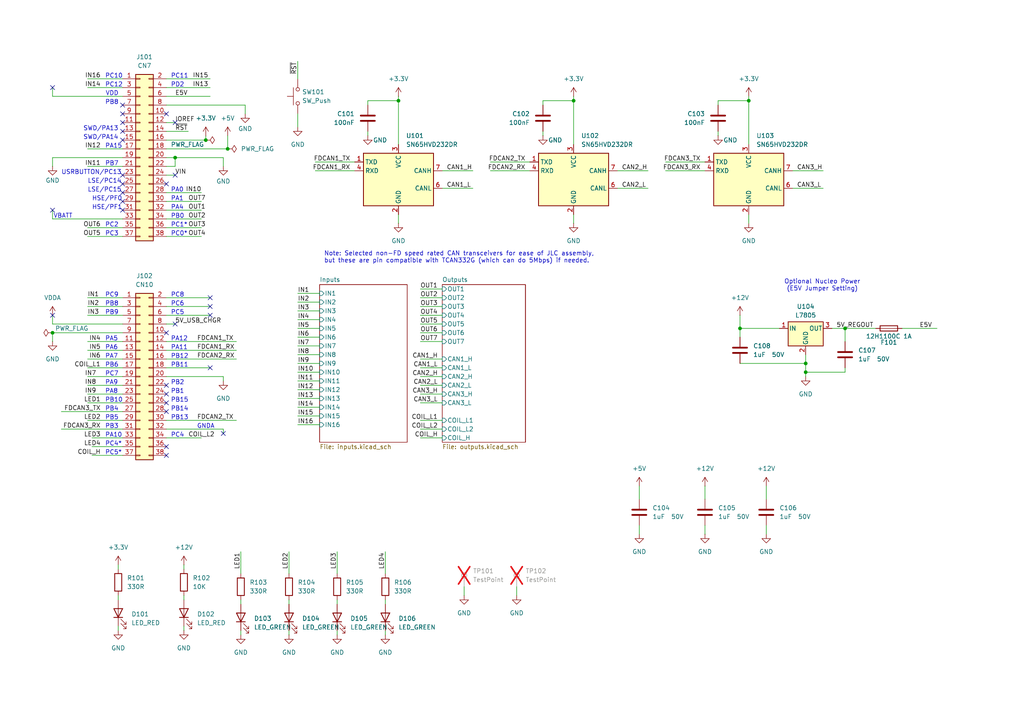
<source format=kicad_sch>
(kicad_sch (version 20231120) (generator "eeschema") (generator_version "8.0")
  (paper "A4")
  (lib_symbols
    (symbol "Connector:TestPoint" (pin_numbers hide) (pin_names (offset 0.762) hide)
      (property "Reference" "TP" (at 0 6.858 0))
      (property "Value" "TestPoint" (at 0 5.08 0))
      (symbol "TestPoint_1_1"
        (pin passive line (at 0 0 90) (length 2.54) (name "1") (number "1"))
      )
    )
    (symbol "Connector_Generic:Conn_02x19_Odd_Even" (pin_names (offset 1.016) hide)
      (property "Reference" "J" (at 1.27 25.4 0))
      (property "Value" "Conn_02x19_Odd_Even" (at 1.27 -25.4 0))
      (symbol "Conn_02x19_Odd_Even_1_1"
        (pin passive line (at -5.08 22.86 0) (length 3.81) (name "Pin_1") (number "1"))
        (pin passive line (at 7.62 12.7 180) (length 3.81) (name "Pin_10") (number "10"))
        (pin passive line (at -5.08 10.16 0) (length 3.81) (name "Pin_11") (number "11"))
        (pin passive line (at 7.62 10.16 180) (length 3.81) (name "Pin_12") (number "12"))
        (pin passive line (at -5.08 7.62 0) (length 3.81) (name "Pin_13") (number "13"))
        (pin passive line (at 7.62 7.62 180) (length 3.81) (name "Pin_14") (number "14"))
        (pin passive line (at -5.08 5.08 0) (length 3.81) (name "Pin_15") (number "15"))
        (pin passive line (at 7.62 5.08 180) (length 3.81) (name "Pin_16") (number "16"))
        (pin passive line (at -5.08 2.54 0) (length 3.81) (name "Pin_17") (number "17"))
        (pin passive line (at 7.62 2.54 180) (length 3.81) (name "Pin_18") (number "18"))
        (pin passive line (at -5.08 0 0) (length 3.81) (name "Pin_19") (number "19"))
        (pin passive line (at 7.62 22.86 180) (length 3.81) (name "Pin_2") (number "2"))
        (pin passive line (at 7.62 0 180) (length 3.81) (name "Pin_20") (number "20"))
        (pin passive line (at -5.08 -2.54 0) (length 3.81) (name "Pin_21") (number "21"))
        (pin passive line (at 7.62 -2.54 180) (length 3.81) (name "Pin_22") (number "22"))
        (pin passive line (at -5.08 -5.08 0) (length 3.81) (name "Pin_23") (number "23"))
        (pin passive line (at 7.62 -5.08 180) (length 3.81) (name "Pin_24") (number "24"))
        (pin passive line (at -5.08 -7.62 0) (length 3.81) (name "Pin_25") (number "25"))
        (pin passive line (at 7.62 -7.62 180) (length 3.81) (name "Pin_26") (number "26"))
        (pin passive line (at -5.08 -10.16 0) (length 3.81) (name "Pin_27") (number "27"))
        (pin passive line (at 7.62 -10.16 180) (length 3.81) (name "Pin_28") (number "28"))
        (pin passive line (at -5.08 -12.7 0) (length 3.81) (name "Pin_29") (number "29"))
        (pin passive line (at -5.08 20.32 0) (length 3.81) (name "Pin_3") (number "3"))
        (pin passive line (at 7.62 -12.7 180) (length 3.81) (name "Pin_30") (number "30"))
        (pin passive line (at -5.08 -15.24 0) (length 3.81) (name "Pin_31") (number "31"))
        (pin passive line (at 7.62 -15.24 180) (length 3.81) (name "Pin_32") (number "32"))
        (pin passive line (at -5.08 -17.78 0) (length 3.81) (name "Pin_33") (number "33"))
        (pin passive line (at 7.62 -17.78 180) (length 3.81) (name "Pin_34") (number "34"))
        (pin passive line (at -5.08 -20.32 0) (length 3.81) (name "Pin_35") (number "35"))
        (pin passive line (at 7.62 -20.32 180) (length 3.81) (name "Pin_36") (number "36"))
        (pin passive line (at -5.08 -22.86 0) (length 3.81) (name "Pin_37") (number "37"))
        (pin passive line (at 7.62 -22.86 180) (length 3.81) (name "Pin_38") (number "38"))
        (pin passive line (at 7.62 20.32 180) (length 3.81) (name "Pin_4") (number "4"))
        (pin passive line (at -5.08 17.78 0) (length 3.81) (name "Pin_5") (number "5"))
        (pin passive line (at 7.62 17.78 180) (length 3.81) (name "Pin_6") (number "6"))
        (pin passive line (at -5.08 15.24 0) (length 3.81) (name "Pin_7") (number "7"))
        (pin passive line (at 7.62 15.24 180) (length 3.81) (name "Pin_8") (number "8"))
        (pin passive line (at -5.08 12.7 0) (length 3.81) (name "Pin_9") (number "9"))
      )
    )
    (symbol "Device:C" (pin_numbers hide) (pin_names (offset 0.254))
      (property "Reference" "C" (at 0.635 2.54 0))
      (property "Value" "C" (at 0.635 -2.54 0))
      (symbol "C_1_1"
        (pin passive line (at 0 3.81 270) (length 2.794) (name "~") (number "1"))
        (pin passive line (at 0 -3.81 90) (length 2.794) (name "~") (number "2"))
      )
    )
    (symbol "Device:Fuse" (pin_numbers hide) (pin_names (offset 0))
      (property "Reference" "F" (at 2.032 0 90))
      (property "Value" "Fuse" (at -1.905 0 90))
      (symbol "Fuse_1_1"
        (pin passive line (at 0 3.81 270) (length 1.27) (name "~") (number "1"))
        (pin passive line (at 0 -3.81 90) (length 1.27) (name "~") (number "2"))
      )
    )
    (symbol "Device:LED" (pin_numbers hide) (pin_names (offset 1.016) hide)
      (property "Reference" "D" (at 0 2.54 0))
      (property "Value" "LED" (at 0 -2.54 0))
      (symbol "LED_1_1"
        (pin passive line (at -3.81 0 0) (length 2.54) (name "K") (number "1"))
        (pin passive line (at 3.81 0 180) (length 2.54) (name "A") (number "2"))
      )
    )
    (symbol "Device:R" (pin_numbers hide) (pin_names (offset 0))
      (property "Reference" "R" (at 2.032 0 90))
      (property "Value" "R" (at 0 0 90))
      (symbol "R_1_1"
        (pin passive line (at 0 3.81 270) (length 1.27) (name "~") (number "1"))
        (pin passive line (at 0 -3.81 90) (length 1.27) (name "~") (number "2"))
      )
    )
    (symbol "Interface_CAN_LIN:TCAN332"
      (property "Reference" "U" (at -10.16 8.89 0))
      (property "Value" "TCAN332" (at 2.54 8.89 0))
      (symbol "TCAN332_1_1"
        (pin input line (at -12.7 5.08 0) (length 2.54) (name "TXD") (number "1"))
        (pin power_in line (at 0 -10.16 90) (length 2.54) (name "GND") (number "2"))
        (pin power_in line (at 0 10.16 270) (length 2.54) (name "VCC") (number "3"))
        (pin tri_state line (at -12.7 2.54 0) (length 2.54) (name "RXD") (number "4"))
        (pin no_connect line (at -10.16 -2.54 0) (length 2.54) hide (name "NC") (number "5"))
        (pin bidirectional line (at 12.7 -2.54 180) (length 2.54) (name "CANL") (number "6"))
        (pin bidirectional line (at 12.7 2.54 180) (length 2.54) (name "CANH") (number "7"))
        (pin no_connect line (at -10.16 -5.08 0) (length 2.54) hide (name "NC") (number "8"))
      )
    )
    (symbol "Regulator_Linear:L7805" (pin_names (offset 0.254))
      (property "Reference" "U" (at -3.81 3.175 0))
      (property "Value" "L7805" (at 0 3.175 0))
      (symbol "L7805_1_1"
        (pin power_in line (at -7.62 0 0) (length 2.54) (name "IN") (number "1"))
        (pin power_in line (at 0 -7.62 90) (length 2.54) (name "GND") (number "2"))
        (pin power_out line (at 7.62 0 180) (length 2.54) (name "OUT") (number "3"))
      )
    )
    (symbol "Switch:SW_Push" (pin_numbers hide) (pin_names (offset 1.016) hide)
      (property "Reference" "SW" (at 1.27 2.54 0))
      (property "Value" "SW_Push" (at 0 -1.524 0))
      (symbol "SW_Push_0_1"
        (pin passive line (at -5.08 0 0) (length 2.54) (name "1") (number "1"))
        (pin passive line (at 5.08 0 180) (length 2.54) (name "2") (number "2"))
      )
    )
    (symbol "power:+12V" (power) (pin_numbers hide) (pin_names (offset 0) hide)
      (property "Value" "+12V" (at 0 3.556 0))
      (symbol "+12V_1_1"
        (pin power_in line (at 0 0 90) (length 0) (name "~") (number "1"))
      )
    )
    (symbol "power:+3.3V" (power) (pin_numbers hide) (pin_names (offset 0) hide)
      (property "Value" "+3.3V" (at 0 3.556 0))
      (symbol "+3.3V_1_1"
        (pin power_in line (at 0 0 90) (length 0) (name "~") (number "1"))
      )
    )
    (symbol "power:+5V" (power) (pin_numbers hide) (pin_names (offset 0) hide)
      (property "Value" "+5V" (at 0 3.556 0))
      (symbol "+5V_1_1"
        (pin power_in line (at 0 0 90) (length 0) (name "~") (number "1"))
      )
    )
    (symbol "power:GND" (power) (pin_numbers hide) (pin_names (offset 0) hide)
      (property "Value" "GND" (at 0 -3.81 0))
      (symbol "GND_1_1"
        (pin power_in line (at 0 0 270) (length 0) (name "~") (number "1"))
      )
    )
    (symbol "power:PWR_FLAG" (power) (pin_numbers hide) (pin_names (offset 0) hide)
      (property "Value" "PWR_FLAG" (at 0 3.81 0))
      (symbol "PWR_FLAG_0_0"
        (pin power_out line (at 0 0 90) (length 0) (name "~") (number "1"))
      )
    )
    (symbol "power:VDDA" (power) (pin_numbers hide) (pin_names (offset 0) hide)
      (property "Value" "VDDA" (at 0 3.556 0))
      (symbol "VDDA_1_1"
        (pin power_in line (at 0 0 90) (length 0) (name "~") (number "1"))
      )
    )
  )
  (junction (at 66.04 43.18))
  (junction (at 166.37 29.21))
  (junction (at 217.17 29.21))
  (junction (at 115.57 29.21))
  (junction (at 50.8 45.72))
  (junction (at 15.24 96.52))
  (junction (at 245.11 95.25))
  (junction (at 233.68 105.41))
  (junction (at 214.63 95.25))
  (junction (at 233.68 107.95))
  (junction (at 59.69 40.64))
  (no_connect (at 35.56 35.56))
  (no_connect (at 35.56 40.64))
  (no_connect (at 48.26 116.84))
  (no_connect (at 15.24 25.4))
  (no_connect (at 35.56 53.34))
  (no_connect (at 64.77 125.73))
  (no_connect (at 48.26 96.52))
  (no_connect (at 15.24 91.44))
  (no_connect (at 60.96 88.9))
  (no_connect (at 35.56 60.96))
  (no_connect (at 50.8 50.8))
  (no_connect (at 60.96 91.44))
  (no_connect (at 48.26 132.08))
  (no_connect (at 35.56 50.8))
  (no_connect (at 35.56 55.88))
  (no_connect (at 35.56 30.48))
  (no_connect (at 60.96 106.68))
  (no_connect (at 48.26 119.38))
  (no_connect (at 60.96 86.36))
  (no_connect (at 50.8 93.98))
  (no_connect (at 48.26 129.54))
  (no_connect (at 35.56 38.1))
  (no_connect (at 48.26 33.02))
  (no_connect (at 50.8 35.56))
  (no_connect (at 48.26 114.3))
  (no_connect (at 48.26 53.34))
  (no_connect (at 35.56 33.02))
  (no_connect (at 15.24 60.96))
  (no_connect (at 48.26 111.76))
  (no_connect (at 35.56 58.42))
  (wire (pts (xy 83.82 160.02) (xy 83.82 166.37)))
  (wire (pts (xy 106.68 29.21) (xy 115.57 29.21)))
  (wire (pts (xy 111.76 173.99) (xy 111.76 175.26)))
  (wire (pts (xy 157.48 38.1) (xy 157.48 39.37)))
  (wire (pts (xy 97.79 160.02) (xy 97.79 166.37)))
  (wire (pts (xy 53.34 172.72) (xy 53.34 173.99)))
  (wire (pts (xy 53.34 181.61) (xy 53.34 182.88)))
  (wire (pts (xy 25.4 88.9) (xy 35.56 88.9)))
  (wire (pts (xy 121.92 91.44) (xy 128.27 91.44)))
  (wire (pts (xy 222.25 152.4) (xy 222.25 154.94)))
  (wire (pts (xy 121.92 106.68) (xy 128.27 106.68)))
  (wire (pts (xy 86.36 123.19) (xy 92.71 123.19)))
  (wire (pts (xy 208.28 38.1) (xy 208.28 39.37)))
  (wire (pts (xy 48.26 106.68) (xy 60.96 106.68)))
  (wire (pts (xy 48.26 35.56) (xy 50.8 35.56)))
  (wire (pts (xy 208.28 30.48) (xy 208.28 29.21)))
  (wire (pts (xy 71.12 30.48) (xy 48.26 30.48)))
  (wire (pts (xy 71.12 33.02) (xy 71.12 30.48)))
  (wire (pts (xy 185.42 152.4) (xy 185.42 154.94)))
  (wire (pts (xy 48.26 27.94) (xy 60.96 27.94)))
  (wire (pts (xy 245.11 106.68) (xy 245.11 107.95)))
  (wire (pts (xy 26.67 127) (xy 35.56 127)))
  (wire (pts (xy 25.4 91.44) (xy 35.56 91.44)))
  (wire (pts (xy 229.87 54.61) (xy 238.76 54.61)))
  (wire (pts (xy 48.26 124.46) (xy 64.77 124.46)))
  (wire (pts (xy 64.77 124.46) (xy 64.77 125.73)))
  (wire (pts (xy 214.63 95.25) (xy 226.06 95.25)))
  (wire (pts (xy 83.82 173.99) (xy 83.82 175.26)))
  (wire (pts (xy 25.4 22.86) (xy 35.56 22.86)))
  (wire (pts (xy 69.85 182.88) (xy 69.85 184.15)))
  (wire (pts (xy 86.36 95.25) (xy 92.71 95.25)))
  (wire (pts (xy 121.92 88.9) (xy 128.27 88.9)))
  (wire (pts (xy 25.4 104.14) (xy 35.56 104.14)))
  (wire (pts (xy 25.4 43.18) (xy 35.56 43.18)))
  (wire (pts (xy 48.26 68.58) (xy 58.42 68.58)))
  (wire (pts (xy 86.36 102.87) (xy 92.71 102.87)))
  (wire (pts (xy 193.04 49.53) (xy 204.47 49.53)))
  (wire (pts (xy 121.92 114.3) (xy 128.27 114.3)))
  (wire (pts (xy 35.56 45.72) (xy 15.24 45.72)))
  (wire (pts (xy 179.07 54.61) (xy 187.96 54.61)))
  (wire (pts (xy 86.36 110.49) (xy 92.71 110.49)))
  (wire (pts (xy 111.76 182.88) (xy 111.76 184.15)))
  (wire (pts (xy 48.26 60.96) (xy 58.42 60.96)))
  (wire (pts (xy 15.24 45.72) (xy 15.24 48.26)))
  (wire (pts (xy 48.26 48.26) (xy 50.8 48.26)))
  (wire (pts (xy 50.8 48.26) (xy 50.8 45.72)))
  (wire (pts (xy 91.44 49.53) (xy 102.87 49.53)))
  (wire (pts (xy 121.92 93.98) (xy 128.27 93.98)))
  (wire (pts (xy 48.26 55.88) (xy 58.42 55.88)))
  (wire (pts (xy 48.26 121.92) (xy 68.58 121.92)))
  (wire (pts (xy 86.36 87.63) (xy 92.71 87.63)))
  (wire (pts (xy 25.4 48.26) (xy 35.56 48.26)))
  (wire (pts (xy 17.78 119.38) (xy 35.56 119.38)))
  (wire (pts (xy 86.36 100.33) (xy 92.71 100.33)))
  (wire (pts (xy 48.26 38.1) (xy 54.61 38.1)))
  (wire (pts (xy 204.47 140.97) (xy 204.47 144.78)))
  (wire (pts (xy 233.68 107.95) (xy 233.68 109.22)))
  (wire (pts (xy 25.4 68.58) (xy 35.56 68.58)))
  (wire (pts (xy 97.79 182.88) (xy 97.79 184.15)))
  (wire (pts (xy 64.77 109.22) (xy 64.77 110.49)))
  (wire (pts (xy 25.4 116.84) (xy 35.56 116.84)))
  (wire (pts (xy 121.92 111.76) (xy 128.27 111.76)))
  (wire (pts (xy 25.4 66.04) (xy 35.56 66.04)))
  (wire (pts (xy 121.92 121.92) (xy 128.27 121.92)))
  (wire (pts (xy 34.29 172.72) (xy 34.29 173.99)))
  (wire (pts (xy 48.26 93.98) (xy 50.8 93.98)))
  (wire (pts (xy 86.36 17.78) (xy 86.36 22.86)))
  (wire (pts (xy 25.4 109.22) (xy 35.56 109.22)))
  (wire (pts (xy 26.67 132.08) (xy 35.56 132.08)))
  (wire (pts (xy 48.26 127) (xy 58.42 127)))
  (wire (pts (xy 121.92 83.82) (xy 128.27 83.82)))
  (wire (pts (xy 97.79 173.99) (xy 97.79 175.26)))
  (wire (pts (xy 34.29 181.61) (xy 34.29 182.88)))
  (wire (pts (xy 86.36 115.57) (xy 92.71 115.57)))
  (wire (pts (xy 83.82 182.88) (xy 83.82 184.15)))
  (wire (pts (xy 214.63 105.41) (xy 233.68 105.41)))
  (wire (pts (xy 166.37 27.94) (xy 166.37 29.21)))
  (wire (pts (xy 241.3 95.25) (xy 245.11 95.25)))
  (wire (pts (xy 106.68 38.1) (xy 106.68 39.37)))
  (wire (pts (xy 121.92 109.22) (xy 128.27 109.22)))
  (wire (pts (xy 166.37 29.21) (xy 166.37 41.91)))
  (wire (pts (xy 111.76 160.02) (xy 111.76 166.37)))
  (wire (pts (xy 121.92 127) (xy 128.27 127)))
  (wire (pts (xy 48.26 101.6) (xy 68.58 101.6)))
  (wire (pts (xy 142.24 46.99) (xy 153.67 46.99)))
  (wire (pts (xy 26.67 129.54) (xy 35.56 129.54)))
  (wire (pts (xy 142.24 49.53) (xy 153.67 49.53)))
  (wire (pts (xy 25.4 86.36) (xy 35.56 86.36)))
  (wire (pts (xy 86.36 92.71) (xy 92.71 92.71)))
  (wire (pts (xy 69.85 160.02) (xy 69.85 166.37)))
  (wire (pts (xy 48.26 43.18) (xy 66.04 43.18)))
  (wire (pts (xy 66.04 43.18) (xy 66.04 39.37)))
  (wire (pts (xy 15.24 25.4) (xy 15.24 27.94)))
  (wire (pts (xy 15.24 93.98) (xy 35.56 93.98)))
  (wire (pts (xy 53.34 163.83) (xy 53.34 165.1)))
  (wire (pts (xy 48.26 88.9) (xy 60.96 88.9)))
  (wire (pts (xy 86.36 90.17) (xy 92.71 90.17)))
  (wire (pts (xy 149.86 170.18) (xy 149.86 172.72)))
  (wire (pts (xy 48.26 58.42) (xy 58.42 58.42)))
  (wire (pts (xy 115.57 62.23) (xy 115.57 64.77)))
  (wire (pts (xy 115.57 27.94) (xy 115.57 29.21)))
  (wire (pts (xy 86.36 33.02) (xy 86.36 36.83)))
  (wire (pts (xy 86.36 120.65) (xy 92.71 120.65)))
  (wire (pts (xy 128.27 54.61) (xy 137.16 54.61)))
  (wire (pts (xy 25.4 111.76) (xy 35.56 111.76)))
  (wire (pts (xy 222.25 140.97) (xy 222.25 144.78)))
  (wire (pts (xy 91.44 46.99) (xy 102.87 46.99)))
  (wire (pts (xy 86.36 85.09) (xy 92.71 85.09)))
  (wire (pts (xy 25.4 99.06) (xy 35.56 99.06)))
  (wire (pts (xy 229.87 49.53) (xy 238.76 49.53)))
  (wire (pts (xy 233.68 105.41) (xy 233.68 102.87)))
  (wire (pts (xy 48.26 40.64) (xy 59.69 40.64)))
  (wire (pts (xy 59.69 40.64) (xy 59.69 39.37)))
  (wire (pts (xy 17.78 124.46) (xy 35.56 124.46)))
  (wire (pts (xy 233.68 105.41) (xy 233.68 107.95)))
  (wire (pts (xy 86.36 107.95) (xy 92.71 107.95)))
  (wire (pts (xy 193.04 46.99) (xy 204.47 46.99)))
  (wire (pts (xy 157.48 30.48) (xy 157.48 29.21)))
  (wire (pts (xy 86.36 105.41) (xy 92.71 105.41)))
  (wire (pts (xy 121.92 86.36) (xy 128.27 86.36)))
  (wire (pts (xy 217.17 27.94) (xy 217.17 29.21)))
  (wire (pts (xy 25.4 101.6) (xy 35.56 101.6)))
  (wire (pts (xy 204.47 152.4) (xy 204.47 154.94)))
  (wire (pts (xy 179.07 49.53) (xy 187.96 49.53)))
  (wire (pts (xy 261.62 95.25) (xy 271.78 95.25)))
  (wire (pts (xy 217.17 29.21) (xy 217.17 41.91)))
  (wire (pts (xy 166.37 62.23) (xy 166.37 64.77)))
  (wire (pts (xy 208.28 29.21) (xy 217.17 29.21)))
  (wire (pts (xy 15.24 96.52) (xy 35.56 96.52)))
  (wire (pts (xy 15.24 96.52) (xy 15.24 99.06)))
  (wire (pts (xy 245.11 95.25) (xy 254 95.25)))
  (wire (pts (xy 86.36 113.03) (xy 92.71 113.03)))
  (wire (pts (xy 245.11 99.06) (xy 245.11 95.25)))
  (wire (pts (xy 121.92 96.52) (xy 128.27 96.52)))
  (wire (pts (xy 35.56 63.5) (xy 15.24 63.5)))
  (wire (pts (xy 106.68 30.48) (xy 106.68 29.21)))
  (wire (pts (xy 185.42 140.97) (xy 185.42 144.78)))
  (wire (pts (xy 86.36 97.79) (xy 92.71 97.79)))
  (wire (pts (xy 134.62 170.18) (xy 134.62 172.72)))
  (wire (pts (xy 48.26 99.06) (xy 68.58 99.06)))
  (wire (pts (xy 69.85 173.99) (xy 69.85 175.26)))
  (wire (pts (xy 25.4 106.68) (xy 35.56 106.68)))
  (wire (pts (xy 214.63 91.44) (xy 214.63 95.25)))
  (wire (pts (xy 245.11 107.95) (xy 233.68 107.95)))
  (wire (pts (xy 48.26 63.5) (xy 58.42 63.5)))
  (wire (pts (xy 86.36 118.11) (xy 92.71 118.11)))
  (wire (pts (xy 25.4 25.4) (xy 35.56 25.4)))
  (wire (pts (xy 48.26 86.36) (xy 60.96 86.36)))
  (wire (pts (xy 64.77 109.22) (xy 48.26 109.22)))
  (wire (pts (xy 34.29 163.83) (xy 34.29 165.1)))
  (wire (pts (xy 25.4 114.3) (xy 35.56 114.3)))
  (wire (pts (xy 15.24 27.94) (xy 35.56 27.94)))
  (wire (pts (xy 121.92 116.84) (xy 128.27 116.84)))
  (wire (pts (xy 48.26 104.14) (xy 68.58 104.14)))
  (wire (pts (xy 121.92 99.06) (xy 128.27 99.06)))
  (wire (pts (xy 15.24 60.96) (xy 15.24 63.5)))
  (wire (pts (xy 48.26 66.04) (xy 58.42 66.04)))
  (wire (pts (xy 48.26 25.4) (xy 60.96 25.4)))
  (wire (pts (xy 115.57 29.21) (xy 115.57 41.91)))
  (wire (pts (xy 157.48 29.21) (xy 166.37 29.21)))
  (wire (pts (xy 48.26 22.86) (xy 60.96 22.86)))
  (wire (pts (xy 48.26 91.44) (xy 60.96 91.44)))
  (wire (pts (xy 121.92 104.14) (xy 128.27 104.14)))
  (wire (pts (xy 128.27 49.53) (xy 137.16 49.53)))
  (wire (pts (xy 15.24 91.44) (xy 15.24 93.98)))
  (wire (pts (xy 25.4 121.92) (xy 35.56 121.92)))
  (wire (pts (xy 217.17 62.23) (xy 217.17 64.77)))
  (wire (pts (xy 48.26 50.8) (xy 50.8 50.8)))
  (wire (pts (xy 121.92 124.46) (xy 128.27 124.46)))
  (wire (pts (xy 214.63 97.79) (xy 214.63 95.25)))
  (wire (pts (xy 48.26 45.72) (xy 50.8 45.72)))
  (wire (pts (xy 50.8 45.72) (xy 64.77 45.72)))
  (wire (pts (xy 64.77 45.72) (xy 64.77 48.26)))
  (text "PD2" (at 49.53 25.4 0) (effects (font (size 1.27 1.27)) (justify left bottom)))
  (text "PB8" (at 30.48 88.9 0) (effects (font (size 1.27 1.27)) (justify left bottom)))
  (text "PA0" (at 49.53 55.88 0) (effects (font (size 1.27 1.27)) (justify left bottom)))
  (text "SWD/PA13" (at 24.13 38.1 0) (effects (font (size 1.27 1.27)) (justify left bottom)))
  (text "VDD" (at 32.512 27.178 0) (effects (font (size 1.27 1.27))))
  (text "PB11" (at 49.53 106.68 0) (effects (font (size 1.27 1.27)) (justify left bottom)))
  (text "PB8" (at 30.48 30.48 0) (effects (font (size 1.27 1.27)) (justify left bottom)))
  (text "PC5*" (at 30.48 132.08 0) (effects (font (size 1.27 1.27)) (justify left bottom)))
  (text "PC8" (at 49.53 86.36 0) (effects (font (size 1.27 1.27)) (justify left bottom)))
  (text "PA8" (at 30.48 114.3 0) (effects (font (size 1.27 1.27)) (justify left bottom)))
  (text "PB9" (at 30.48 91.44 0) (effects (font (size 1.27 1.27)) (justify left bottom)))
  (text "PA9" (at 30.48 111.76 0) (effects (font (size 1.27 1.27)) (justify left bottom)))
  (text "PC0*" (at 49.53 68.58 0) (effects (font (size 1.27 1.27)) (justify left bottom)))
  (text "PA15" (at 30.48 43.18 0) (effects (font (size 1.27 1.27)) (justify left bottom)))
  (text "Note: Selected non-FD speed rated CAN transceivers for ease of JLC assembly,\nbut these are pin compatible with TCAN332G (which can do 5Mbps) if needed." (at 93.98 74.676 0) (effects (font (size 1.27 1.27)) (justify left)))
  (text "PC4*" (at 30.48 129.54 0) (effects (font (size 1.27 1.27)) (justify left bottom)))
  (text "PB4" (at 30.48 119.38 0) (effects (font (size 1.27 1.27)) (justify left bottom)))
  (text "PC7" (at 30.48 109.22 0) (effects (font (size 1.27 1.27)) (justify left bottom)))
  (text "PC12" (at 30.48 25.4 0) (effects (font (size 1.27 1.27)) (justify left bottom)))
  (text "LSE/PC14" (at 25.4 53.34 0) (effects (font (size 1.27 1.27)) (justify left bottom)))
  (text "VBATT" (at 18.288 62.738 0) (effects (font (size 1.27 1.27))))
  (text "Optional Nucleo Power\n(E5V Jumper Setting)" (at 238.506 82.804 0) (effects (font (size 1.27 1.27))))
  (text "PB5" (at 30.48 121.92 0) (effects (font (size 1.27 1.27)) (justify left bottom)))
  (text "PB3" (at 30.48 124.46 0) (effects (font (size 1.27 1.27)) (justify left bottom)))
  (text "PB7" (at 30.48 48.26 0) (effects (font (size 1.27 1.27)) (justify left bottom)))
  (text "PC3" (at 30.48 68.58 0) (effects (font (size 1.27 1.27)) (justify left bottom)))
  (text "USRBUTTON/PC13" (at 17.78 50.8 0) (effects (font (size 1.27 1.27)) (justify left bottom)))
  (text "PC10" (at 30.48 22.86 0) (effects (font (size 1.27 1.27)) (justify left bottom)))
  (text "PA7" (at 30.48 104.14 0) (effects (font (size 1.27 1.27)) (justify left bottom)))
  (text "PB15" (at 49.53 116.84 0) (effects (font (size 1.27 1.27)) (justify left bottom)))
  (text "PA5" (at 30.48 99.06 0) (effects (font (size 1.27 1.27)) (justify left bottom)))
  (text "PB6" (at 30.48 106.68 0) (effects (font (size 1.27 1.27)) (justify left bottom)))
  (text "PC5" (at 49.53 91.44 0) (effects (font (size 1.27 1.27)) (justify left bottom)))
  (text "PB10" (at 30.48 116.84 0) (effects (font (size 1.27 1.27)) (justify left bottom)))
  (text "HSE/PF0" (at 26.67 58.42 0) (effects (font (size 1.27 1.27)) (justify left bottom)))
  (text "PA10" (at 30.48 127 0) (effects (font (size 1.27 1.27)) (justify left bottom)))
  (text "PC11" (at 49.53 22.86 0) (effects (font (size 1.27 1.27)) (justify left bottom)))
  (text "PA1" (at 49.53 58.42 0) (effects (font (size 1.27 1.27)) (justify left bottom)))
  (text "PB12" (at 49.53 104.14 0) (effects (font (size 1.27 1.27)) (justify left bottom)))
  (text "PC9" (at 30.48 86.36 0) (effects (font (size 1.27 1.27)) (justify left bottom)))
  (text "HSE/PF1" (at 26.67 60.96 0) (effects (font (size 1.27 1.27)) (justify left bottom)))
  (text "PC2" (at 30.48 66.04 0) (effects (font (size 1.27 1.27)) (justify left bottom)))
  (text "PA4" (at 49.53 60.96 0) (effects (font (size 1.27 1.27)) (justify left bottom)))
  (text "SWD/PA14" (at 24.13 40.64 0) (effects (font (size 1.27 1.27)) (justify left bottom)))
  (text "PC4" (at 49.53 127 0) (effects (font (size 1.27 1.27)) (justify left bottom)))
  (text "PC6" (at 49.53 88.9 0) (effects (font (size 1.27 1.27)) (justify left bottom)))
  (text "PB14" (at 49.53 119.38 0) (effects (font (size 1.27 1.27)) (justify left bottom)))
  (text "PA12" (at 49.53 99.06 0) (effects (font (size 1.27 1.27)) (justify left bottom)))
  (text "PB13" (at 49.53 121.92 0) (effects (font (size 1.27 1.27)) (justify left bottom)))
  (text "PC1*" (at 49.53 66.04 0) (effects (font (size 1.27 1.27)) (justify left bottom)))
  (text "PA6" (at 30.48 101.6 0) (effects (font (size 1.27 1.27)) (justify left bottom)))
  (text "PA11" (at 49.53 101.6 0) (effects (font (size 1.27 1.27)) (justify left bottom)))
  (text "PB0" (at 49.53 63.5 0) (effects (font (size 1.27 1.27)) (justify left bottom)))
  (text "PB2" (at 49.53 111.76 0) (effects (font (size 1.27 1.27)) (justify left bottom)))
  (text "LSE/PC15" (at 25.4 55.88 0) (effects (font (size 1.27 1.27)) (justify left bottom)))
  (text "GNDA" (at 59.69 123.698 0) (effects (font (size 1.27 1.27))))
  (text "PB1" (at 49.53 114.3 0) (effects (font (size 1.27 1.27)) (justify left bottom)))
  (label "CAN1_H" (at 127 104.14 180))
  (label "IN5" (at 29.21 101.6 180))
  (label "IN11" (at 29.21 48.26 180))
  (label "IN16" (at 29.21 22.86 180))
  (label "COIL_H" (at 127 127 180))
  (label "OUT7" (at 54.61 58.42 0))
  (label "IN14" (at 86.36 118.11 0))
  (label "CAN3_H" (at 231.14 49.53 0))
  (label "OUT2" (at 121.92 86.36 0))
  (label "IN3" (at 25.4 91.44 0))
  (label "CAN1_L" (at 127 106.68 180))
  (label "COIL_L1" (at 127 121.92 180))
  (label "~{RST}" (at 50.8 38.1 0))
  (label "IN7" (at 27.94 109.22 180))
  (label "E5V" (at 50.8 27.94 0))
  (label "LED3" (at 29.21 127 180))
  (label "COIL_L1" (at 29.21 106.68 180))
  (label "IN8" (at 86.36 102.87 0))
  (label "IN10" (at 86.36 107.95 0))
  (label "IN4" (at 86.36 92.71 0))
  (label "CAN2_H" (at 180.34 49.53 0))
  (label "VIN" (at 50.8 50.8 0))
  (label "FDCAN3_RX" (at 203.2 49.53 180))
  (label "LED2" (at 83.82 165.1 90))
  (label "FDCAN1_RX" (at 57.15 101.6 0))
  (label "LED1" (at 29.21 116.84 180))
  (label "CAN1_H" (at 129.54 49.53 0))
  (label "CAN3_L" (at 231.14 54.61 0))
  (label "IN12" (at 29.21 43.18 180))
  (label "IN15" (at 55.88 22.86 0))
  (label "FDCAN3_RX" (at 29.21 124.46 180))
  (label "IN15" (at 86.36 120.65 0))
  (label "IN16" (at 86.36 123.19 0))
  (label "FDCAN1_TX" (at 101.6 46.99 180))
  (label "IN7" (at 86.36 100.33 0))
  (label "OUT4" (at 54.61 68.58 0))
  (label "FDCAN2_RX" (at 152.4 49.53 180))
  (label "IN12" (at 86.36 113.03 0))
  (label "CAN3_H" (at 127 114.3 180))
  (label "IN10" (at 58.42 55.88 180))
  (label "CAN3_L" (at 127 116.84 180))
  (label "FDCAN2_TX" (at 57.15 121.92 0))
  (label "IN13" (at 55.88 25.4 0))
  (label "COIL_L2" (at 54.61 127 0))
  (label "IN2" (at 86.36 87.63 0))
  (label "~{RST}" (at 86.36 21.59 90))
  (label "IN8" (at 27.94 111.76 180))
  (label "IN1" (at 86.36 85.09 0))
  (label "IN4" (at 29.21 99.06 180))
  (label "OUT6" (at 121.92 96.52 0))
  (label "FDCAN2_TX" (at 152.4 46.99 180))
  (label "OUT6" (at 29.21 66.04 180))
  (label "LED3" (at 97.79 165.1 90))
  (label "FDCAN2_RX" (at 57.15 104.14 0))
  (label "LED4" (at 111.76 165.1 90))
  (label "IOREF" (at 50.8 35.56 0))
  (label "IN9" (at 27.94 114.3 180))
  (label "FDCAN1_RX" (at 101.6 49.53 180))
  (label "OUT7" (at 121.92 99.06 0))
  (label "IN11" (at 86.36 110.49 0))
  (label "OUT3" (at 121.92 88.9 0))
  (label "OUT1" (at 54.61 60.96 0))
  (label "IN13" (at 86.36 115.57 0))
  (label "FDCAN3_TX" (at 203.2 46.99 180))
  (label "LED4" (at 29.21 129.54 180))
  (label "5V_REGOUT" (at 242.57 95.25 0))
  (label "IN2" (at 25.4 88.9 0))
  (label "IN14" (at 29.21 25.4 180))
  (label "OUT1" (at 121.92 83.82 0))
  (label "IN1" (at 25.4 86.36 0))
  (label "IN6" (at 29.21 104.14 180))
  (label "LED1" (at 69.85 165.1 90))
  (label "IN3" (at 86.36 90.17 0))
  (label "OUT5" (at 29.21 68.58 180))
  (label "OUT3" (at 54.61 66.04 0))
  (label "CAN2_L" (at 127 111.76 180))
  (label "COIL_H" (at 29.21 132.08 180))
  (label "FDCAN1_TX" (at 57.15 99.06 0))
  (label "OUT2" (at 54.61 63.5 0))
  (label "CAN2_L" (at 180.34 54.61 0))
  (label "CAN2_H" (at 127 109.22 180))
  (label "LED2" (at 29.21 121.92 180))
  (label "5V_USB_CHGR" (at 50.8 93.98 0))
  (label "IN5" (at 86.36 95.25 0))
  (label "IN6" (at 86.36 97.79 0))
  (label "CAN1_L" (at 129.54 54.61 0))
  (label "COIL_L2" (at 127 124.46 180))
  (label "OUT5" (at 121.92 93.98 0))
  (label "IN9" (at 86.36 105.41 0))
  (label "OUT4" (at 121.92 91.44 0))
  (label "FDCAN3_TX" (at 29.21 119.38 180))
  (label "E5V" (at 266.7 95.25 0))
  (symbol (lib_id "power:+3.3V") (at 59.69 39.37 0) (unit 1)
    (property "Reference" "#PWR0110" (effects (hide yes)))
    (property "Value" "+3.3V" (at 59.69 34.29 0))
    (property "Description" "Power symbol creates a global label with name \"+3.3V\"" (effects (hide yes)))
  )
  (symbol (lib_id "power:+3.3V") (at 34.29 163.83 0) (unit 1)
    (property "Reference" "#PWR0106" (effects (hide yes)))
    (property "Value" "+3.3V" (at 34.29 158.75 0))
    (property "Description" "Power symbol creates a global label with name \"+3.3V\"" (effects (hide yes)))
  )
  (symbol (lib_id "Device:LED") (at 69.85 179.07 90) (unit 1)
    (property "Reference" "D103" (at 73.66 179.3874 90) (effects (justify right)))
    (property "Value" "LED_GREEN" (at 73.66 181.9274 90) (effects (justify right)))
    (property "Footprint" "LED_SMD:LED_0805_2012Metric" (effects (hide yes)))
    (property "Description" "Light emitting diode" (effects (hide yes)))
    (property "LCSC Part #" "C2297" (effects (hide yes)))
  )
  (symbol (lib_id "power:GND") (at 208.28 39.37 0) (unit 1)
    (property "Reference" "#PWR0126" (effects (hide yes)))
    (property "Value" "GND" (at 211.836 40.64 0))
    (property "Description" "Power symbol creates a global label with name \"GND\" , ground" (effects (hide yes)))
  )
  (symbol (lib_id "Device:LED") (at 83.82 179.07 90) (unit 1)
    (property "Reference" "D104" (at 87.63 179.3874 90) (effects (justify right)))
    (property "Value" "LED_GREEN" (at 87.63 181.9274 90) (effects (justify right)))
    (property "Footprint" "LED_SMD:LED_0805_2012Metric" (effects (hide yes)))
    (property "Description" "Light emitting diode" (effects (hide yes)))
    (property "LCSC Part #" "C2297" (effects (hide yes)))
  )
  (symbol (lib_id "Connector_Generic:Conn_02x19_Odd_Even") (at 40.64 45.72 0) (unit 1)
    (property "Reference" "J101" (at 41.91 16.51 0))
    (property "Value" "CN7" (at 41.91 19.05 0))
    (property "Footprint" "Connector_PinSocket_2.54mm:PinSocket_2x19_P2.54mm_Vertical" (effects (hide yes)))
    (property "Description" "Generic connector, double row, 02x19, odd/even pin numbering scheme (row 1 odd numbers, row 2 even numbers), script generated (kicad-library-utils/schlib/autogen/connector/)" (effects (hide yes)))
    (property "LCSC Part #" "C18905898" (effects (hide yes)))
  )
  (symbol (lib_id "power:GND") (at 64.77 48.26 0) (unit 1)
    (property "Reference" "#PWR0111" (effects (hide yes)))
    (property "Value" "GND" (at 64.77 52.578 0))
    (property "Description" "Power symbol creates a global label with name \"GND\" , ground" (effects (hide yes)))
  )
  (symbol (lib_id "Device:R") (at 97.79 170.18 0) (unit 1)
    (property "Reference" "R105" (at 100.33 168.9099 0) (effects (justify left)))
    (property "Value" "330R" (at 100.33 171.4499 0) (effects (justify left)))
    (property "Footprint" "Resistor_SMD:R_0603_1608Metric" (effects (hide yes)))
    (property "Description" "Resistor" (effects (hide yes)))
    (property "LCSC Part #" "C23138" (effects (hide yes)))
  )
  (symbol (lib_id "Device:R") (at 34.29 168.91 0) (unit 1)
    (property "Reference" "R101" (at 36.83 167.6399 0) (effects (justify left)))
    (property "Value" "330R" (at 36.83 170.1799 0) (effects (justify left)))
    (property "Footprint" "Resistor_SMD:R_0603_1608Metric" (effects (hide yes)))
    (property "Description" "Resistor" (effects (hide yes)))
    (property "LCSC Part #" "C23138" (effects (hide yes)))
  )
  (symbol (lib_id "power:GND") (at 71.12 33.02 0) (unit 1)
    (property "Reference" "#PWR0116" (effects (hide yes)))
    (property "Value" "GND" (at 71.12 37.338 0))
    (property "Description" "Power symbol creates a global label with name \"GND\" , ground" (effects (hide yes)))
  )
  (symbol (lib_id "power:GND") (at 134.62 172.72 0) (unit 1)
    (property "Reference" "#PWR0103" (effects (hide yes)))
    (property "Value" "GND" (at 134.62 177.8 0))
    (property "Description" "Power symbol creates a global label with name \"GND\" , ground" (effects (hide yes)))
  )
  (symbol (lib_id "power:VDDA") (at 15.24 91.44 0) (unit 1)
    (property "Reference" "#PWR0104" (effects (hide yes)))
    (property "Value" "VDDA" (at 15.24 86.36 0))
    (property "Description" "Power symbol creates a global label with name \"VDDA\"" (effects (hide yes)))
  )
  (symbol (lib_id "power:+3.3V") (at 217.17 27.94 0) (unit 1)
    (property "Reference" "#PWR0127" (effects (hide yes)))
    (property "Value" "+3.3V" (at 217.17 22.86 0))
    (property "Description" "Power symbol creates a global label with name \"+3.3V\"" (effects (hide yes)))
  )
  (symbol (lib_id "Device:C") (at 106.68 34.29 0) (mirror y) (unit 1)
    (property "Reference" "C101" (at 102.87 33.0199 0) (effects (justify left)))
    (property "Value" "100nF" (at 102.87 35.5599 0) (effects (justify left)))
    (property "Footprint" "Capacitor_SMD:C_0603_1608Metric" (effects (hide yes)))
    (property "Description" "Unpolarized capacitor" (effects (hide yes)))
    (property "LCSC Part #" "C14663" (effects (hide yes)))
  )
  (symbol (lib_id "power:GND") (at 64.77 110.49 0) (unit 1)
    (property "Reference" "#PWR0112" (effects (hide yes)))
    (property "Value" "GND" (at 64.77 115.57 0))
    (property "Description" "Power symbol creates a global label with name \"GND\" , ground" (effects (hide yes)))
  )
  (symbol (lib_id "power:GND") (at 83.82 184.15 0) (unit 1)
    (property "Reference" "#PWR0117" (effects (hide yes)))
    (property "Value" "GND" (at 83.82 189.23 0))
    (property "Description" "Power symbol creates a global label with name \"GND\" , ground" (effects (hide yes)))
  )
  (symbol (lib_id "power:GND") (at 185.42 154.94 0) (unit 1)
    (property "Reference" "#PWR0130" (effects (hide yes)))
    (property "Value" "GND" (at 185.42 160.02 0))
    (property "Description" "Power symbol creates a global label with name \"GND\" , ground" (effects (hide yes)))
  )
  (symbol (lib_id "Device:C") (at 214.63 101.6 0) (unit 1)
    (property "Reference" "C108" (at 218.44 100.3299 0) (effects (justify left)))
    (property "Value" "1uF  50V" (at 218.44 102.8699 0) (effects (justify left)))
    (property "Footprint" "Capacitor_SMD:C_1206_3216Metric" (effects (hide yes)))
    (property "Description" "Unpolarized capacitor" (effects (hide yes)))
    (property "LCSC Part #" "C1848" (effects (hide yes)))
  )
  (symbol (lib_id "Device:C") (at 185.42 148.59 0) (unit 1)
    (property "Reference" "C104" (at 189.23 147.3199 0) (effects (justify left)))
    (property "Value" "1uF  50V" (at 189.23 149.8599 0) (effects (justify left)))
    (property "Footprint" "Capacitor_SMD:C_1206_3216Metric" (effects (hide yes)))
    (property "Description" "Unpolarized capacitor" (effects (hide yes)))
    (property "LCSC Part #" "C1848" (effects (hide yes)))
  )
  (symbol (lib_id "Device:LED") (at 34.29 177.8 90) (unit 1)
    (property "Reference" "D101" (at 38.1 178.1174 90) (effects (justify right)))
    (property "Value" "LED_RED" (at 38.1 180.6574 90) (effects (justify right)))
    (property "Footprint" "LED_SMD:LED_0603_1608Metric" (effects (hide yes)))
    (property "Description" "Light emitting diode" (effects (hide yes)))
    (property "LCSC Part #" "C2286" (effects (hide yes)))
  )
  (symbol (lib_id "Device:LED") (at 111.76 179.07 90) (unit 1)
    (property "Reference" "D106" (at 115.57 179.3874 90) (effects (justify right)))
    (property "Value" "LED_GREEN" (at 115.57 181.9274 90) (effects (justify right)))
    (property "Footprint" "LED_SMD:LED_0805_2012Metric" (effects (hide yes)))
    (property "Description" "Light emitting diode" (effects (hide yes)))
    (property "LCSC Part #" "C2297" (effects (hide yes)))
  )
  (symbol (lib_id "Regulator_Linear:L7805") (at 233.68 95.25 0) (unit 1)
    (property "Reference" "U104" (at 233.68 88.9 0))
    (property "Value" "L7805" (at 233.68 91.44 0))
    (property "Footprint" "Package_TO_SOT_SMD:TO-252-2" (effects (hide yes)))
    (property "Datasheet" "http://www.st.com/content/ccc/resource/technical/document/datasheet/41/4f/b3/b0/12/d4/47/88/CD00000444.pdf/files/CD00000444.pdf/jcr:content/translations/en.CD00000444.pdf" (effects (hide yes)))
    (property "Description" "Positive 1.5A 35V Linear Regulator, Fixed Output 5V, TO-220/TO-263/TO-252" (effects (hide yes)))
    (property "LCSC Part #" "C58069" (effects (hide yes)))
  )
  (symbol (lib_id "power:GND") (at 233.68 109.22 0) (unit 1)
    (property "Reference" "#PWR0135" (effects (hide yes)))
    (property "Value" "GND" (at 233.68 114.3 0))
    (property "Description" "Power symbol creates a global label with name \"GND\" , ground" (effects (hide yes)))
  )
  (symbol (lib_id "power:GND") (at 86.36 36.83 0) (unit 1)
    (property "Reference" "#PWR0101" (effects (hide yes)))
    (property "Value" "GND" (at 86.36 41.91 0))
    (property "Description" "Power symbol creates a global label with name \"GND\" , ground" (effects (hide yes)))
  )
  (symbol (lib_id "Device:Fuse") (at 257.81 95.25 90) (mirror x) (unit 1)
    (property "Reference" "F101" (at 257.81 99.314 90))
    (property "Value" "12H1100C 1A" (at 257.81 97.536 90))
    (property "Footprint" "Fuse:Fuse_1206_3216Metric" (effects (hide yes)))
    (property "Description" "Fuse" (effects (hide yes)))
    (property "LCSC Part #" "C182308" (effects (hide yes)))
  )
  (symbol (lib_id "Device:C") (at 208.28 34.29 0) (mirror y) (unit 1)
    (property "Reference" "C103" (at 204.47 33.0199 0) (effects (justify left)))
    (property "Value" "100nF" (at 204.47 35.5599 0) (effects (justify left)))
    (property "Footprint" "Capacitor_SMD:C_0603_1608Metric" (effects (hide yes)))
    (property "Description" "Unpolarized capacitor" (effects (hide yes)))
    (property "LCSC Part #" "C14663" (effects (hide yes)))
  )
  (symbol (lib_id "power:+5V") (at 185.42 140.97 0) (unit 1)
    (property "Reference" "#PWR0129" (effects (hide yes)))
    (property "Value" "+5V" (at 185.42 135.89 0))
    (property "Description" "Power symbol creates a global label with name \"+5V\"" (effects (hide yes)))
  )
  (symbol (lib_id "power:GND") (at 115.57 64.77 0) (unit 1)
    (property "Reference" "#PWR0122" (effects (hide yes)))
    (property "Value" "GND" (at 115.57 69.85 0))
    (property "Description" "Power symbol creates a global label with name \"GND\" , ground" (effects (hide yes)))
  )
  (symbol (lib_id "power:GND") (at 53.34 182.88 0) (unit 1)
    (property "Reference" "#PWR0109" (effects (hide yes)))
    (property "Value" "GND" (at 53.34 187.96 0))
    (property "Description" "Power symbol creates a global label with name \"GND\" , ground" (effects (hide yes)))
  )
  (symbol (lib_id "power:+12V") (at 214.63 91.44 0) (unit 1)
    (property "Reference" "#PWR0136" (effects (hide yes)))
    (property "Value" "+12V" (at 214.63 86.36 0))
    (property "Description" "Power symbol creates a global label with name \"+12V\"" (effects (hide yes)))
  )
  (symbol (lib_id "power:GND") (at 34.29 182.88 0) (unit 1)
    (property "Reference" "#PWR0107" (effects (hide yes)))
    (property "Value" "GND" (at 34.29 187.96 0))
    (property "Description" "Power symbol creates a global label with name \"GND\" , ground" (effects (hide yes)))
  )
  (symbol (lib_id "Interface_CAN_LIN:TCAN332") (at 115.57 52.07 0) (unit 1)
    (property "Reference" "U101" (at 117.7641 39.37 0) (effects (justify left)))
    (property "Value" "SN65HVD232DR" (at 117.7641 41.91 0) (effects (justify left)))
    (property "Footprint" "Package_SO:SOIC-8_3.9x4.9mm_P1.27mm" (effects (hide yes)))
    (property "Datasheet" "http://www.ti.com/lit/ds/symlink/tcan337.pdf" (effects (hide yes)))
    (property "Description" "High-Speed CAN Transceiver, 1Mbps, 3.3V supply, SOT-23-8/SOIC-8" (effects (hide yes)))
    (property "LCSC Part #" "C30530" (effects (hide yes)))
  )
  (symbol (lib_id "Device:R") (at 69.85 170.18 0) (unit 1)
    (property "Reference" "R103" (at 72.39 168.9099 0) (effects (justify left)))
    (property "Value" "330R" (at 72.39 171.4499 0) (effects (justify left)))
    (property "Footprint" "Resistor_SMD:R_0603_1608Metric" (effects (hide yes)))
    (property "Description" "Resistor" (effects (hide yes)))
    (property "LCSC Part #" "C23138" (effects (hide yes)))
  )
  (symbol (lib_id "power:GND") (at 97.79 184.15 0) (unit 1)
    (property "Reference" "#PWR0118" (effects (hide yes)))
    (property "Value" "GND" (at 97.79 189.23 0))
    (property "Description" "Power symbol creates a global label with name \"GND\" , ground" (effects (hide yes)))
  )
  (symbol (lib_id "Interface_CAN_LIN:TCAN332") (at 166.37 52.07 0) (unit 1)
    (property "Reference" "U102" (at 168.5641 39.37 0) (effects (justify left)))
    (property "Value" "SN65HVD232DR" (at 168.5641 41.91 0) (effects (justify left)))
    (property "Footprint" "Package_SO:SOIC-8_3.9x4.9mm_P1.27mm" (effects (hide yes)))
    (property "Datasheet" "http://www.ti.com/lit/ds/symlink/tcan337.pdf" (effects (hide yes)))
    (property "Description" "High-Speed CAN Transceiver, 1Mbps, 3.3V supply, SOT-23-8/SOIC-8" (effects (hide yes)))
    (property "LCSC Part #" "C30530" (effects (hide yes)))
  )
  (symbol (lib_id "power:PWR_FLAG") (at 66.04 43.18 270) (unit 1)
    (property "Reference" "#FLG0103" (effects (hide yes)))
    (property "Value" "PWR_FLAG" (at 69.85 43.1799 90) (effects (justify left)))
    (property "Description" "Special symbol for telling ERC where power comes from" (effects (hide yes)))
  )
  (symbol (lib_id "Device:C") (at 245.11 102.87 0) (unit 1)
    (property "Reference" "C107" (at 248.92 101.5999 0) (effects (justify left)))
    (property "Value" "1uF  50V" (at 248.92 104.1399 0) (effects (justify left)))
    (property "Footprint" "Capacitor_SMD:C_1206_3216Metric" (effects (hide yes)))
    (property "Description" "Unpolarized capacitor" (effects (hide yes)))
    (property "LCSC Part #" "C1848" (effects (hide yes)))
  )
  (symbol (lib_id "power:+5V") (at 66.04 39.37 0) (unit 1)
    (property "Reference" "#PWR0114" (effects (hide yes)))
    (property "Value" "+5V" (at 66.04 34.29 0))
    (property "Description" "Power symbol creates a global label with name \"+5V\"" (effects (hide yes)))
  )
  (symbol (lib_id "power:+3.3V") (at 166.37 27.94 0) (unit 1)
    (property "Reference" "#PWR0124" (effects (hide yes)))
    (property "Value" "+3.3V" (at 166.37 22.86 0))
    (property "Description" "Power symbol creates a global label with name \"+3.3V\"" (effects (hide yes)))
  )
  (symbol (lib_id "power:+12V") (at 53.34 163.83 0) (unit 1)
    (property "Reference" "#PWR0108" (effects (hide yes)))
    (property "Value" "+12V" (at 53.34 158.75 0))
    (property "Description" "Power symbol creates a global label with name \"+12V\"" (effects (hide yes)))
  )
  (symbol (lib_id "power:GND") (at 149.86 172.72 0) (unit 1)
    (property "Reference" "#PWR0113" (effects (hide yes)))
    (property "Value" "GND" (at 149.86 177.8 0))
    (property "Description" "Power symbol creates a global label with name \"GND\" , ground" (effects (hide yes)))
  )
  (symbol (lib_id "power:GND") (at 157.48 39.37 0) (unit 1)
    (property "Reference" "#PWR0123" (effects (hide yes)))
    (property "Value" "GND" (at 161.036 40.64 0))
    (property "Description" "Power symbol creates a global label with name \"GND\" , ground" (effects (hide yes)))
  )
  (symbol (lib_id "power:GND") (at 111.76 184.15 0) (unit 1)
    (property "Reference" "#PWR0120" (effects (hide yes)))
    (property "Value" "GND" (at 111.76 189.23 0))
    (property "Description" "Power symbol creates a global label with name \"GND\" , ground" (effects (hide yes)))
  )
  (symbol (lib_id "Device:R") (at 53.34 168.91 0) (unit 1)
    (property "Reference" "R102" (at 55.88 167.6399 0) (effects (justify left)))
    (property "Value" "10K" (at 55.88 170.1799 0) (effects (justify left)))
    (property "Footprint" "Resistor_SMD:R_0603_1608Metric" (effects (hide yes)))
    (property "Description" "Resistor" (effects (hide yes)))
    (property "LCSC Part #" "C25804" (effects (hide yes)))
  )
  (symbol (lib_id "power:GND") (at 106.68 39.37 0) (unit 1)
    (property "Reference" "#PWR0119" (effects (hide yes)))
    (property "Value" "GND" (at 110.236 40.64 0))
    (property "Description" "Power symbol creates a global label with name \"GND\" , ground" (effects (hide yes)))
  )
  (symbol (lib_id "power:GND") (at 15.24 48.26 0) (unit 1)
    (property "Reference" "#PWR0102" (effects (hide yes)))
    (property "Value" "GND" (at 15.24 52.324 0))
    (property "Description" "Power symbol creates a global label with name \"GND\" , ground" (effects (hide yes)))
  )
  (symbol (lib_id "power:+12V") (at 222.25 140.97 0) (unit 1)
    (property "Reference" "#PWR0131" (effects (hide yes)))
    (property "Value" "+12V" (at 222.25 135.89 0))
    (property "Description" "Power symbol creates a global label with name \"+12V\"" (effects (hide yes)))
  )
  (symbol (lib_id "power:GND") (at 217.17 64.77 0) (unit 1)
    (property "Reference" "#PWR0128" (effects (hide yes)))
    (property "Value" "GND" (at 217.17 69.85 0))
    (property "Description" "Power symbol creates a global label with name \"GND\" , ground" (effects (hide yes)))
  )
  (symbol (lib_id "Device:LED") (at 97.79 179.07 90) (unit 1)
    (property "Reference" "D105" (at 101.6 179.3874 90) (effects (justify right)))
    (property "Value" "LED_GREEN" (at 101.6 181.9274 90) (effects (justify right)))
    (property "Footprint" "LED_SMD:LED_0805_2012Metric" (effects (hide yes)))
    (property "Description" "Light emitting diode" (effects (hide yes)))
    (property "LCSC Part #" "C2297" (effects (hide yes)))
  )
  (symbol (lib_id "Connector_Generic:Conn_02x19_Odd_Even") (at 40.64 109.22 0) (unit 1)
    (property "Reference" "J102" (at 41.91 80.01 0))
    (property "Value" "CN10" (at 41.91 82.55 0))
    (property "Footprint" "Connector_PinSocket_2.54mm:PinSocket_2x19_P2.54mm_Vertical" (effects (hide yes)))
    (property "Description" "Generic connector, double row, 02x19, odd/even pin numbering scheme (row 1 odd numbers, row 2 even numbers), script generated (kicad-library-utils/schlib/autogen/connector/)" (effects (hide yes)))
    (property "LCSC Part #" "C18905898" (effects (hide yes)))
  )
  (symbol (lib_id "power:PWR_FLAG") (at 15.24 96.52 90) (unit 1)
    (property "Reference" "#FLG0101" (effects (hide yes)))
    (property "Value" "PWR_FLAG" (at 25.654 95.25 90) (effects (justify left)))
    (property "Description" "Special symbol for telling ERC where power comes from" (effects (hide yes)))
  )
  (symbol (lib_id "Connector:TestPoint") (at 134.62 170.18 0) (unit 1) (dnp yes)
    (property "Reference" "TP101" (at 137.16 165.6079 0) (effects (justify left)))
    (property "Value" "TestPoint" (at 137.16 168.1479 0) (effects (justify left)))
    (property "Footprint" "hw-dev-breakout:TestPoint_Pad_4.0x4.0mm" (effects (hide yes)))
    (property "Description" "test point" (effects (hide yes)))
  )
  (symbol (lib_id "Interface_CAN_LIN:TCAN332") (at 217.17 52.07 0) (unit 1)
    (property "Reference" "U103" (at 219.3641 39.37 0) (effects (justify left)))
    (property "Value" "SN65HVD232DR" (at 219.3641 41.91 0) (effects (justify left)))
    (property "Footprint" "Package_SO:SOIC-8_3.9x4.9mm_P1.27mm" (effects (hide yes)))
    (property "Datasheet" "http://www.ti.com/lit/ds/symlink/tcan337.pdf" (effects (hide yes)))
    (property "Description" "High-Speed CAN Transceiver, 1Mbps, 3.3V supply, SOT-23-8/SOIC-8" (effects (hide yes)))
    (property "LCSC Part #" "C30530" (effects (hide yes)))
  )
  (symbol (lib_id "power:+12V") (at 204.47 140.97 0) (unit 1)
    (property "Reference" "#PWR0133" (effects (hide yes)))
    (property "Value" "+12V" (at 204.47 135.89 0))
    (property "Description" "Power symbol creates a global label with name \"+12V\"" (effects (hide yes)))
  )
  (symbol (lib_id "power:+3.3V") (at 115.57 27.94 0) (unit 1)
    (property "Reference" "#PWR0121" (effects (hide yes)))
    (property "Value" "+3.3V" (at 115.57 22.86 0))
    (property "Description" "Power symbol creates a global label with name \"+3.3V\"" (effects (hide yes)))
  )
  (symbol (lib_id "power:GND") (at 166.37 64.77 0) (unit 1)
    (property "Reference" "#PWR0125" (effects (hide yes)))
    (property "Value" "GND" (at 166.37 69.85 0))
    (property "Description" "Power symbol creates a global label with name \"GND\" , ground" (effects (hide yes)))
  )
  (symbol (lib_id "power:GND") (at 222.25 154.94 0) (unit 1)
    (property "Reference" "#PWR0134" (effects (hide yes)))
    (property "Value" "GND" (at 222.25 160.02 0))
    (property "Description" "Power symbol creates a global label with name \"GND\" , ground" (effects (hide yes)))
  )
  (symbol (lib_id "Device:R") (at 111.76 170.18 0) (unit 1)
    (property "Reference" "R106" (at 114.3 168.9099 0) (effects (justify left)))
    (property "Value" "330R" (at 114.3 171.4499 0) (effects (justify left)))
    (property "Footprint" "Resistor_SMD:R_0603_1608Metric" (effects (hide yes)))
    (property "Description" "Resistor" (effects (hide yes)))
    (property "LCSC Part #" "C23138" (effects (hide yes)))
  )
  (symbol (lib_id "Device:C") (at 204.47 148.59 0) (unit 1)
    (property "Reference" "C105" (at 208.28 147.3199 0) (effects (justify left)))
    (property "Value" "1uF  50V" (at 208.28 149.8599 0) (effects (justify left)))
    (property "Footprint" "Capacitor_SMD:C_1206_3216Metric" (effects (hide yes)))
    (property "Description" "Unpolarized capacitor" (effects (hide yes)))
    (property "LCSC Part #" "C1848" (effects (hide yes)))
  )
  (symbol (lib_id "Device:LED") (at 53.34 177.8 90) (unit 1)
    (property "Reference" "D102" (at 57.15 178.1174 90) (effects (justify right)))
    (property "Value" "LED_RED" (at 57.15 180.6574 90) (effects (justify right)))
    (property "Footprint" "LED_SMD:LED_0603_1608Metric" (effects (hide yes)))
    (property "Description" "Light emitting diode" (effects (hide yes)))
    (property "LCSC Part #" "C2286" (effects (hide yes)))
  )
  (symbol (lib_id "power:PWR_FLAG") (at 59.69 40.64 270) (unit 1)
    (property "Reference" "#FLG0102" (effects (hide yes)))
    (property "Value" "PWR_FLAG" (at 49.53 41.91 90) (effects (justify left)))
    (property "Description" "Special symbol for telling ERC where power comes from" (effects (hide yes)))
  )
  (symbol (lib_id "power:GND") (at 15.24 99.06 0) (unit 1)
    (property "Reference" "#PWR0105" (effects (hide yes)))
    (property "Value" "GND" (at 15.24 104.14 0))
    (property "Description" "Power symbol creates a global label with name \"GND\" , ground" (effects (hide yes)))
  )
  (symbol (lib_id "Device:R") (at 83.82 170.18 0) (unit 1)
    (property "Reference" "R104" (at 86.36 168.9099 0) (effects (justify left)))
    (property "Value" "330R" (at 86.36 171.4499 0) (effects (justify left)))
    (property "Footprint" "Resistor_SMD:R_0603_1608Metric" (effects (hide yes)))
    (property "Description" "Resistor" (effects (hide yes)))
    (property "LCSC Part #" "C23138" (effects (hide yes)))
  )
  (symbol (lib_id "Switch:SW_Push") (at 86.36 27.94 90) (unit 1)
    (property "Reference" "SW101" (at 87.63 26.6699 90) (effects (justify right)))
    (property "Value" "SW_Push" (at 87.63 29.2099 90) (effects (justify right)))
    (property "Footprint" "Button_Switch_THT:SW_PUSH_6mm_H8mm" (effects (hide yes)))
    (property "Description" "Push button switch, generic, two pins" (effects (hide yes)))
    (property "LCSC Part #" "C2889015" (effects (hide yes)))
  )
  (symbol (lib_id "Connector:TestPoint") (at 149.86 170.18 0) (unit 1) (dnp yes)
    (property "Reference" "TP102" (at 152.4 165.6079 0) (effects (justify left)))
    (property "Value" "TestPoint" (at 152.4 168.1479 0) (effects (justify left)))
    (property "Footprint" "hw-dev-breakout:TestPoint_Pad_4.0x4.0mm" (effects (hide yes)))
    (property "Description" "test point" (effects (hide yes)))
  )
  (symbol (lib_id "power:GND") (at 69.85 184.15 0) (unit 1)
    (property "Reference" "#PWR0115" (effects (hide yes)))
    (property "Value" "GND" (at 69.85 189.23 0))
    (property "Description" "Power symbol creates a global label with name \"GND\" , ground" (effects (hide yes)))
  )
  (symbol (lib_id "power:GND") (at 204.47 154.94 0) (unit 1)
    (property "Reference" "#PWR0132" (effects (hide yes)))
    (property "Value" "GND" (at 204.47 160.02 0))
    (property "Description" "Power symbol creates a global label with name \"GND\" , ground" (effects (hide yes)))
  )
  (symbol (lib_id "Device:C") (at 157.48 34.29 0) (mirror y) (unit 1)
    (property "Reference" "C102" (at 153.67 33.0199 0) (effects (justify left)))
    (property "Value" "100nF" (at 153.67 35.5599 0) (effects (justify left)))
    (property "Footprint" "Capacitor_SMD:C_0603_1608Metric" (effects (hide yes)))
    (property "Description" "Unpolarized capacitor" (effects (hide yes)))
    (property "LCSC Part #" "C14663" (effects (hide yes)))
  )
  (symbol (lib_id "Device:C") (at 222.25 148.59 0) (unit 1)
    (property "Reference" "C106" (at 226.06 147.3199 0) (effects (justify left)))
    (property "Value" "1uF  50V" (at 226.06 149.8599 0) (effects (justify left)))
    (property "Footprint" "Capacitor_SMD:C_1206_3216Metric" (effects (hide yes)))
    (property "Description" "Unpolarized capacitor" (effects (hide yes)))
    (property "LCSC Part #" "C1848" (effects (hide yes)))
  )
  (sheet (at 128.27 82.55) (size 24.13 45.72) (stroke (width 0.1524))
    (property "Sheetname" "Outputs" (at 128.27 81.8384 0) (effects (justify left bottom)))
    (property "Sheetfile" "outputs.kicad_sch" (at 128.27 128.8546 0) (effects (justify left top)))
    (pin "OUT2" input (at 128.27 86.36 180))
    (pin "OUT5" input (at 128.27 93.98 180))
    (pin "COIL_L1" input (at 128.27 121.92 180))
    (pin "COIL_L2" input (at 128.27 124.46 180))
    (pin "OUT7" input (at 128.27 99.06 180))
    (pin "OUT1" input (at 128.27 83.82 180))
    (pin "OUT3" input (at 128.27 88.9 180))
    (pin "OUT4" input (at 128.27 91.44 180))
    (pin "OUT6" input (at 128.27 96.52 180))
    (pin "COIL_H" input (at 128.27 127 180))
    (pin "CAN1_H" input (at 128.27 104.14 180))
    (pin "CAN3_L" input (at 128.27 116.84 180))
    (pin "CAN2_H" input (at 128.27 109.22 180))
    (pin "CAN1_L" input (at 128.27 106.68 180))
    (pin "CAN3_H" input (at 128.27 114.3 180))
    (pin "CAN2_L" input (at 128.27 111.76 180))
  )
  (sheet (at 92.71 82.55) (size 25.4 45.72) (stroke (width 0.1524))
    (property "Sheetname" "Inputs" (at 92.71 81.8384 0) (effects (justify left bottom)))
    (property "Sheetfile" "inputs.kicad_sch" (at 92.71 128.8546 0) (effects (justify left top)))
    (pin "IN7" input (at 92.71 100.33 180))
    (pin "IN9" input (at 92.71 105.41 180))
    (pin "IN6" input (at 92.71 97.79 180))
    (pin "IN5" input (at 92.71 95.25 180))
    (pin "IN8" input (at 92.71 102.87 180))
    (pin "IN10" input (at 92.71 107.95 180))
    (pin "IN15" input (at 92.71 120.65 180))
    (pin "IN13" input (at 92.71 115.57 180))
    (pin "IN12" input (at 92.71 113.03 180))
    (pin "IN14" input (at 92.71 118.11 180))
    (pin "IN11" input (at 92.71 110.49 180))
    (pin "IN16" input (at 92.71 123.19 180))
    (pin "IN2" input (at 92.71 87.63 180))
    (pin "IN3" input (at 92.71 90.17 180))
    (pin "IN4" input (at 92.71 92.71 180))
    (pin "IN1" input (at 92.71 85.09 180))
  )
)
</source>
